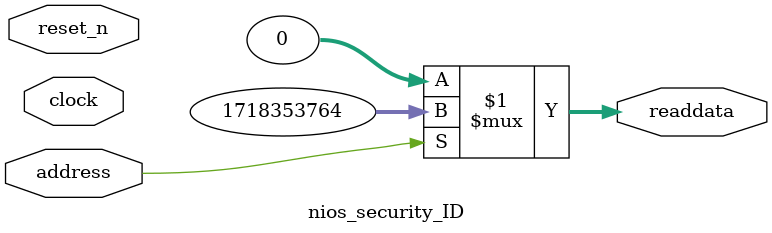
<source format=v>



// synthesis translate_off
`timescale 1ns / 1ps
// synthesis translate_on

// turn off superfluous verilog processor warnings 
// altera message_level Level1 
// altera message_off 10034 10035 10036 10037 10230 10240 10030 

module nios_security_ID (
               // inputs:
                address,
                clock,
                reset_n,

               // outputs:
                readdata
             )
;

  output  [ 31: 0] readdata;
  input            address;
  input            clock;
  input            reset_n;

  wire    [ 31: 0] readdata;
  //control_slave, which is an e_avalon_slave
  assign readdata = address ? 1718353764 : 0;

endmodule



</source>
